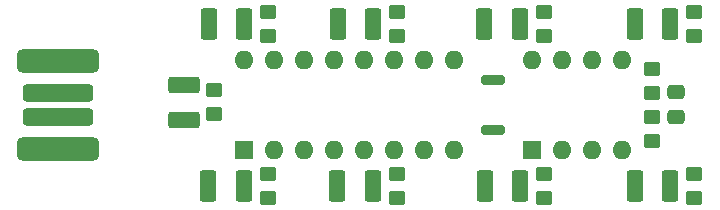
<source format=gbr>
%TF.GenerationSoftware,KiCad,Pcbnew,7.0.11+dfsg-1build4*%
%TF.CreationDate,2025-10-24T22:04:28+11:00*%
%TF.ProjectId,usb-ic,7573622d-6963-42e6-9b69-6361645f7063,rev?*%
%TF.SameCoordinates,Original*%
%TF.FileFunction,Soldermask,Top*%
%TF.FilePolarity,Negative*%
%FSLAX46Y46*%
G04 Gerber Fmt 4.6, Leading zero omitted, Abs format (unit mm)*
G04 Created by KiCad (PCBNEW 7.0.11+dfsg-1build4) date 2025-10-24 22:04:28*
%MOMM*%
%LPD*%
G01*
G04 APERTURE LIST*
G04 Aperture macros list*
%AMRoundRect*
0 Rectangle with rounded corners*
0 $1 Rounding radius*
0 $2 $3 $4 $5 $6 $7 $8 $9 X,Y pos of 4 corners*
0 Add a 4 corners polygon primitive as box body*
4,1,4,$2,$3,$4,$5,$6,$7,$8,$9,$2,$3,0*
0 Add four circle primitives for the rounded corners*
1,1,$1+$1,$2,$3*
1,1,$1+$1,$4,$5*
1,1,$1+$1,$6,$7*
1,1,$1+$1,$8,$9*
0 Add four rect primitives between the rounded corners*
20,1,$1+$1,$2,$3,$4,$5,0*
20,1,$1+$1,$4,$5,$6,$7,0*
20,1,$1+$1,$6,$7,$8,$9,0*
20,1,$1+$1,$8,$9,$2,$3,0*%
G04 Aperture macros list end*
%ADD10RoundRect,0.250000X-0.475000X0.337500X-0.475000X-0.337500X0.475000X-0.337500X0.475000X0.337500X0*%
%ADD11RoundRect,0.250001X-0.462499X-1.074999X0.462499X-1.074999X0.462499X1.074999X-0.462499X1.074999X0*%
%ADD12RoundRect,0.200000X-0.800000X0.200000X-0.800000X-0.200000X0.800000X-0.200000X0.800000X0.200000X0*%
%ADD13RoundRect,0.250000X-0.450000X0.350000X-0.450000X-0.350000X0.450000X-0.350000X0.450000X0.350000X0*%
%ADD14RoundRect,0.250001X-1.074999X0.462499X-1.074999X-0.462499X1.074999X-0.462499X1.074999X0.462499X0*%
%ADD15R,1.600000X1.600000*%
%ADD16O,1.600000X1.600000*%
%ADD17RoundRect,0.250000X0.450000X-0.350000X0.450000X0.350000X-0.450000X0.350000X-0.450000X-0.350000X0*%
%ADD18RoundRect,0.500000X-3.000000X-0.500000X3.000000X-0.500000X3.000000X0.500000X-3.000000X0.500000X0*%
%ADD19RoundRect,0.375000X-2.625000X-0.375000X2.625000X-0.375000X2.625000X0.375000X-2.625000X0.375000X0*%
G04 APERTURE END LIST*
D10*
%TO.C,C1*%
X188712000Y-104605000D03*
X188712000Y-106680000D03*
%TD*%
D11*
%TO.C,D9*%
X185239000Y-98806000D03*
X188214000Y-98806000D03*
%TD*%
D12*
%TO.C,SW1*%
X173228000Y-103564000D03*
X173228000Y-107764000D03*
%TD*%
D11*
%TO.C,D4*%
X149098000Y-112522000D03*
X152073000Y-112522000D03*
%TD*%
%TO.C,D8*%
X172466000Y-98806000D03*
X175441000Y-98806000D03*
%TD*%
%TO.C,D1*%
X185239000Y-112522000D03*
X188214000Y-112522000D03*
%TD*%
D13*
%TO.C,R11*%
X190246000Y-97822000D03*
X190246000Y-99822000D03*
%TD*%
D11*
%TO.C,D3*%
X160020000Y-112522000D03*
X162995000Y-112522000D03*
%TD*%
%TO.C,D2*%
X172539000Y-112522000D03*
X175514000Y-112522000D03*
%TD*%
D14*
%TO.C,D5*%
X147066000Y-103959000D03*
X147066000Y-106934000D03*
%TD*%
D15*
%TO.C,U1*%
X176530000Y-109464000D03*
D16*
X179070000Y-109464000D03*
X181610000Y-109464000D03*
X184150000Y-109464000D03*
X184150000Y-101844000D03*
X181610000Y-101844000D03*
X179070000Y-101844000D03*
X176530000Y-101844000D03*
%TD*%
D13*
%TO.C,R1*%
X186680000Y-102648000D03*
X186680000Y-104648000D03*
%TD*%
D15*
%TO.C,U2*%
X152146000Y-109474000D03*
D16*
X154686000Y-109474000D03*
X157226000Y-109474000D03*
X159766000Y-109474000D03*
X162306000Y-109474000D03*
X164846000Y-109474000D03*
X167386000Y-109474000D03*
X169926000Y-109474000D03*
X169926000Y-101854000D03*
X167386000Y-101854000D03*
X164846000Y-101854000D03*
X162306000Y-101854000D03*
X159766000Y-101854000D03*
X157226000Y-101854000D03*
X154686000Y-101854000D03*
X152146000Y-101854000D03*
%TD*%
D13*
%TO.C,R2*%
X186680000Y-106712000D03*
X186680000Y-108712000D03*
%TD*%
D17*
%TO.C,R4*%
X177546000Y-113538000D03*
X177546000Y-111538000D03*
%TD*%
%TO.C,R3*%
X190246000Y-113538000D03*
X190246000Y-111538000D03*
%TD*%
D13*
%TO.C,R9*%
X165100000Y-97790000D03*
X165100000Y-99790000D03*
%TD*%
D17*
%TO.C,R7*%
X149606000Y-104394000D03*
X149606000Y-106394000D03*
%TD*%
D13*
%TO.C,R8*%
X154178000Y-97822000D03*
X154178000Y-99822000D03*
%TD*%
D11*
%TO.C,D6*%
X149171000Y-98806000D03*
X152146000Y-98806000D03*
%TD*%
%TO.C,D7*%
X160093000Y-98806000D03*
X163068000Y-98806000D03*
%TD*%
D17*
%TO.C,R6*%
X154178000Y-113538000D03*
X154178000Y-111538000D03*
%TD*%
D18*
%TO.C,U3*%
X136398000Y-101930000D03*
D19*
X136398000Y-104680000D03*
X136398000Y-106680000D03*
D18*
X136398000Y-109430000D03*
%TD*%
D17*
%TO.C,R5*%
X165100000Y-113538000D03*
X165100000Y-111538000D03*
%TD*%
D13*
%TO.C,R10*%
X177546000Y-97806000D03*
X177546000Y-99806000D03*
%TD*%
M02*

</source>
